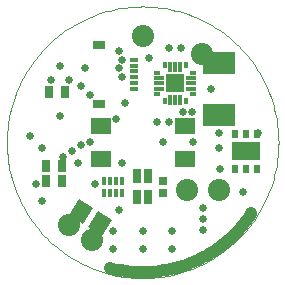
<source format=gbr>
G04 EAGLE Gerber RS-274X export*
G75*
%MOMM*%
%FSLAX35Y35*%
%LPD*%
%INsolder_mask_top*%
%IPPOS*%
%AMOC8*
5,1,8,0,0,1.08239X$1,22.5*%
G01*
%ADD10C,0.010000*%
%ADD11C,1.000000*%
%ADD12R,0.776200X0.976200*%
%ADD13R,1.576200X1.576200*%
%ADD14R,0.326200X0.876200*%
%ADD15R,0.876200X0.326200*%
%ADD16R,0.626200X0.326200*%
%ADD17R,0.326200X0.626200*%
%ADD18R,2.376200X1.576200*%
%ADD19R,0.536200X0.786200*%
%ADD20R,2.776200X1.876200*%
%ADD21R,1.376200X1.576200*%
%ADD22R,1.676200X1.476200*%
%ADD23R,0.776200X0.376200*%
%ADD24R,1.076200X0.676200*%
%ADD25R,0.776200X0.676200*%
%ADD26C,1.876200*%
%ADD27R,0.676200X1.276200*%
%ADD28R,0.376200X0.726200*%
%ADD29C,0.629400*%


D10*
X-1150000Y0D02*
X-1149654Y28222D01*
X-1148615Y56428D01*
X-1146884Y84599D01*
X-1144462Y112720D01*
X-1141351Y140772D01*
X-1137553Y168740D01*
X-1133069Y196606D01*
X-1127903Y224354D01*
X-1122057Y251966D01*
X-1115536Y279427D01*
X-1108342Y306720D01*
X-1100481Y333827D01*
X-1091957Y360734D01*
X-1082776Y387423D01*
X-1072942Y413879D01*
X-1062461Y440086D01*
X-1051341Y466028D01*
X-1039588Y491688D01*
X-1027208Y517053D01*
X-1014209Y542106D01*
X-1000600Y566833D01*
X-986388Y591218D01*
X-971582Y615247D01*
X-956190Y638906D01*
X-940223Y662179D01*
X-923689Y685054D01*
X-906598Y707516D01*
X-888962Y729552D01*
X-870790Y751149D01*
X-852094Y772293D01*
X-832884Y792972D01*
X-813173Y813173D01*
X-792972Y832884D01*
X-772293Y852094D01*
X-751149Y870790D01*
X-729552Y888962D01*
X-707516Y906598D01*
X-685054Y923689D01*
X-662179Y940223D01*
X-638906Y956190D01*
X-615247Y971582D01*
X-591218Y986388D01*
X-566833Y1000600D01*
X-542106Y1014209D01*
X-517053Y1027208D01*
X-491688Y1039588D01*
X-466028Y1051341D01*
X-440086Y1062461D01*
X-413879Y1072942D01*
X-387423Y1082776D01*
X-360734Y1091957D01*
X-333827Y1100481D01*
X-306720Y1108342D01*
X-279427Y1115536D01*
X-251966Y1122057D01*
X-224354Y1127903D01*
X-196606Y1133069D01*
X-168740Y1137553D01*
X-140772Y1141351D01*
X-112720Y1144462D01*
X-84599Y1146884D01*
X-56428Y1148615D01*
X-28222Y1149654D01*
X0Y1150000D01*
X28222Y1149654D01*
X56428Y1148615D01*
X84599Y1146884D01*
X112720Y1144462D01*
X140772Y1141351D01*
X168740Y1137553D01*
X196606Y1133069D01*
X224354Y1127903D01*
X251966Y1122057D01*
X279427Y1115536D01*
X306720Y1108342D01*
X333827Y1100481D01*
X360734Y1091957D01*
X387423Y1082776D01*
X413879Y1072942D01*
X440086Y1062461D01*
X466028Y1051341D01*
X491688Y1039588D01*
X517053Y1027208D01*
X542106Y1014209D01*
X566833Y1000600D01*
X591218Y986388D01*
X615247Y971582D01*
X638906Y956190D01*
X662179Y940223D01*
X685054Y923689D01*
X707516Y906598D01*
X729552Y888962D01*
X751149Y870790D01*
X772293Y852094D01*
X792972Y832884D01*
X813173Y813173D01*
X832884Y792972D01*
X852094Y772293D01*
X870790Y751149D01*
X888962Y729552D01*
X906598Y707516D01*
X923689Y685054D01*
X940223Y662179D01*
X956190Y638906D01*
X971582Y615247D01*
X986388Y591218D01*
X1000600Y566833D01*
X1014209Y542106D01*
X1027208Y517053D01*
X1039588Y491688D01*
X1051341Y466028D01*
X1062461Y440086D01*
X1072942Y413879D01*
X1082776Y387423D01*
X1091957Y360734D01*
X1100481Y333827D01*
X1108342Y306720D01*
X1115536Y279427D01*
X1122057Y251966D01*
X1127903Y224354D01*
X1133069Y196606D01*
X1137553Y168740D01*
X1141351Y140772D01*
X1144462Y112720D01*
X1146884Y84599D01*
X1148615Y56428D01*
X1149654Y28222D01*
X1150000Y0D01*
X1149654Y-28222D01*
X1148615Y-56428D01*
X1146884Y-84599D01*
X1144462Y-112720D01*
X1141351Y-140772D01*
X1137553Y-168740D01*
X1133069Y-196606D01*
X1127903Y-224354D01*
X1122057Y-251966D01*
X1115536Y-279427D01*
X1108342Y-306720D01*
X1100481Y-333827D01*
X1091957Y-360734D01*
X1082776Y-387423D01*
X1072942Y-413879D01*
X1062461Y-440086D01*
X1051341Y-466028D01*
X1039588Y-491688D01*
X1027208Y-517053D01*
X1014209Y-542106D01*
X1000600Y-566833D01*
X986388Y-591218D01*
X971582Y-615247D01*
X956190Y-638906D01*
X940223Y-662179D01*
X923689Y-685054D01*
X906598Y-707516D01*
X888962Y-729552D01*
X870790Y-751149D01*
X852094Y-772293D01*
X832884Y-792972D01*
X813173Y-813173D01*
X792972Y-832884D01*
X772293Y-852094D01*
X751149Y-870790D01*
X729552Y-888962D01*
X707516Y-906598D01*
X685054Y-923689D01*
X662179Y-940223D01*
X638906Y-956190D01*
X615247Y-971582D01*
X591218Y-986388D01*
X566833Y-1000600D01*
X542106Y-1014209D01*
X517053Y-1027208D01*
X491688Y-1039588D01*
X466028Y-1051341D01*
X440086Y-1062461D01*
X413879Y-1072942D01*
X387423Y-1082776D01*
X360734Y-1091957D01*
X333827Y-1100481D01*
X306720Y-1108342D01*
X279427Y-1115536D01*
X251966Y-1122057D01*
X224354Y-1127903D01*
X196606Y-1133069D01*
X168740Y-1137553D01*
X140772Y-1141351D01*
X112720Y-1144462D01*
X84599Y-1146884D01*
X56428Y-1148615D01*
X28222Y-1149654D01*
X0Y-1150000D01*
X-28222Y-1149654D01*
X-56428Y-1148615D01*
X-84599Y-1146884D01*
X-112720Y-1144462D01*
X-140772Y-1141351D01*
X-168740Y-1137553D01*
X-196606Y-1133069D01*
X-224354Y-1127903D01*
X-251966Y-1122057D01*
X-279427Y-1115536D01*
X-306720Y-1108342D01*
X-333827Y-1100481D01*
X-360734Y-1091957D01*
X-387423Y-1082776D01*
X-413879Y-1072942D01*
X-440086Y-1062461D01*
X-466028Y-1051341D01*
X-491688Y-1039588D01*
X-517053Y-1027208D01*
X-542106Y-1014209D01*
X-566833Y-1000600D01*
X-591218Y-986388D01*
X-615247Y-971582D01*
X-638906Y-956190D01*
X-662179Y-940223D01*
X-685054Y-923689D01*
X-707516Y-906598D01*
X-729552Y-888962D01*
X-751149Y-870790D01*
X-772293Y-852094D01*
X-792972Y-832884D01*
X-813173Y-813173D01*
X-832884Y-792972D01*
X-852094Y-772293D01*
X-870790Y-751149D01*
X-888962Y-729552D01*
X-906598Y-707516D01*
X-923689Y-685054D01*
X-940223Y-662179D01*
X-956190Y-638906D01*
X-971582Y-615247D01*
X-986388Y-591218D01*
X-1000600Y-566833D01*
X-1014209Y-542106D01*
X-1027208Y-517053D01*
X-1039588Y-491688D01*
X-1051341Y-466028D01*
X-1062461Y-440086D01*
X-1072942Y-413879D01*
X-1082776Y-387423D01*
X-1091957Y-360734D01*
X-1100481Y-333827D01*
X-1108342Y-306720D01*
X-1115536Y-279427D01*
X-1122057Y-251966D01*
X-1127903Y-224354D01*
X-1133069Y-196606D01*
X-1137553Y-168740D01*
X-1141351Y-140772D01*
X-1144462Y-112720D01*
X-1146884Y-84599D01*
X-1148615Y-56428D01*
X-1149654Y-28222D01*
X-1150000Y0D01*
D11*
X-280000Y-1065000D02*
X-260000Y-1070000D01*
X-210000Y-1080000D01*
X-180000Y-1085000D01*
X-145000Y-1090000D01*
X-105000Y-1095000D01*
X-90000Y-1095000D01*
X-45000Y-1100000D01*
X50000Y-1100000D01*
X100000Y-1095000D01*
X145000Y-1090000D01*
X175000Y-1085000D01*
X210000Y-1080000D01*
X235000Y-1075000D01*
X275000Y-1065000D01*
X345000Y-1045000D01*
X370000Y-1035000D01*
X400000Y-1025000D01*
X425000Y-1015000D01*
X445000Y-1005000D01*
X470000Y-995000D01*
X510000Y-975000D01*
X535000Y-960000D01*
X555000Y-950000D01*
X570000Y-940000D01*
X595000Y-925000D01*
X625000Y-905000D01*
X665000Y-875000D01*
X715000Y-835000D01*
X745000Y-810000D01*
X805000Y-750000D01*
X840000Y-710000D01*
X875000Y-665000D01*
X905000Y-625000D01*
X915000Y-610000D01*
X920000Y-600000D01*
D12*
X-660000Y425000D03*
X-790000Y425000D03*
D13*
X275000Y500000D03*
D14*
X230000Y640000D03*
X275000Y640000D03*
X320000Y640000D03*
X230000Y360000D03*
X275000Y360000D03*
X320000Y360000D03*
D15*
X410000Y455000D03*
X410000Y500000D03*
X410000Y545000D03*
X135000Y455000D03*
X135000Y500000D03*
X135000Y545000D03*
D16*
X123000Y410000D03*
D17*
X185000Y348000D03*
X185000Y652000D03*
D16*
X123000Y590000D03*
D17*
X365000Y652000D03*
X365000Y348000D03*
D16*
X423000Y410000D03*
X423000Y590000D03*
D18*
X875000Y-75000D03*
D19*
X969000Y73000D03*
X875000Y73000D03*
X781000Y73000D03*
X875000Y-223000D03*
X780000Y-223000D03*
X970000Y-223000D03*
D20*
X650000Y230000D03*
X650000Y670000D03*
D21*
G36*
X-376475Y-583717D02*
X-260538Y-657863D01*
X-345459Y-790649D01*
X-461396Y-716503D01*
X-376475Y-583717D01*
G37*
G36*
X-536541Y-481351D02*
X-420604Y-555497D01*
X-505525Y-688283D01*
X-621462Y-614137D01*
X-536541Y-481351D01*
G37*
D22*
X355600Y139700D03*
X355600Y-139700D03*
X-355600Y-139700D03*
X-355600Y139700D03*
D23*
X-73000Y550000D03*
X-73000Y600000D03*
X-73000Y650000D03*
X-73000Y500000D03*
X-73000Y450000D03*
X-73000Y700000D03*
D24*
X-373000Y825000D03*
X-373000Y325000D03*
D25*
X175000Y-425000D03*
X175000Y-325000D03*
D26*
X0Y900000D03*
X-625000Y-700000D03*
X-425000Y-825000D03*
X500000Y750000D03*
X650000Y-400000D03*
X375000Y-400000D03*
D27*
X48000Y-285000D03*
X-48000Y-285000D03*
X-48000Y-465000D03*
X48000Y-465000D03*
D12*
X-685000Y-200000D03*
X-815000Y-200000D03*
X-685000Y-325000D03*
X-815000Y-325000D03*
D28*
X-175000Y-325000D03*
X-225000Y-325000D03*
X-275000Y-325000D03*
X-325000Y-325000D03*
X-325000Y-425000D03*
X-275000Y-425000D03*
X-225000Y-425000D03*
X-175000Y-425000D03*
D29*
X50000Y713000D03*
X-700000Y650000D03*
X175000Y0D03*
X-900000Y-350000D03*
X-148000Y336000D03*
X275000Y500000D03*
X-700000Y225000D03*
X825000Y-75000D03*
X575000Y450000D03*
X-950000Y50000D03*
X425000Y0D03*
X225000Y800000D03*
X-175000Y-175000D03*
X650000Y75000D03*
X-675000Y-125000D03*
X-625000Y525000D03*
X655000Y-225000D03*
X-525000Y-25000D03*
X-200000Y775000D03*
X-550000Y-175000D03*
X-850000Y-50000D03*
X510000Y-650000D03*
X510000Y-740000D03*
X510000Y-560000D03*
X250000Y-750000D03*
X250000Y-900000D03*
X0Y-900000D03*
X0Y-750000D03*
X-250000Y-750000D03*
X-250000Y-900000D03*
X850000Y-420000D03*
X417000Y260000D03*
X-450000Y400000D03*
X340000Y259000D03*
X-775000Y525000D03*
X225000Y175000D03*
X125000Y175000D03*
X325000Y800000D03*
X-850000Y-500000D03*
X-400000Y-350000D03*
X-175000Y550000D03*
X975000Y75000D03*
X650000Y-50000D03*
X625000Y250000D03*
X550000Y250000D03*
X-600000Y-75000D03*
X-200000Y-575000D03*
X-200000Y625000D03*
X-175000Y700000D03*
X-485000Y625000D03*
X-225000Y200000D03*
X-525000Y475000D03*
X-450000Y0D03*
M02*

</source>
